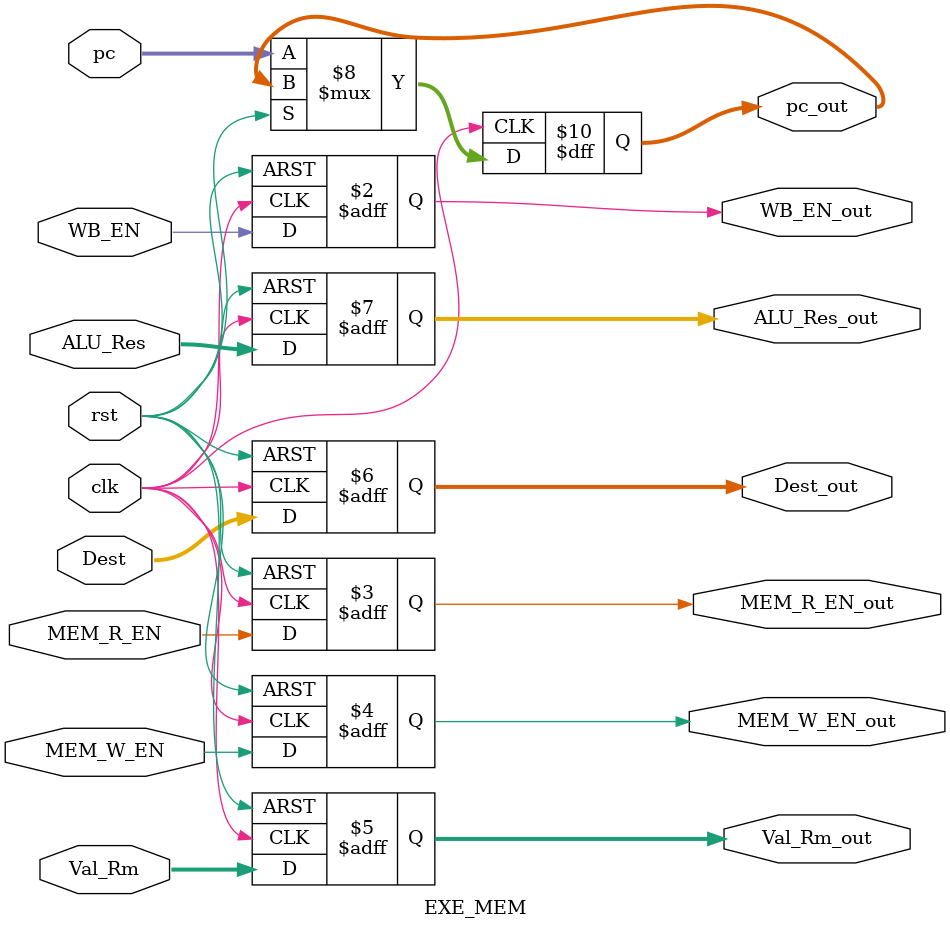
<source format=v>
module EXE_MEM
(
input clk,
input rst,
input WB_EN,
input MEM_R_EN,
input MEM_W_EN,
input [31:0]Val_Rm,
input [3:0]Dest,
input [31:0] ALU_Res,
input [31:0]pc,
output reg WB_EN_out,
output reg MEM_R_EN_out,
output reg MEM_W_EN_out,
output reg [31:0]Val_Rm_out,
output reg [3:0]Dest_out,
output reg [31:0] ALU_Res_out,
output reg [31:0] pc_out
);

always @(posedge clk, posedge rst)
begin
    if (rst)
	begin
		WB_EN_out <= 1'b0;
		MEM_R_EN_out <= 1'b0;
		MEM_W_EN_out <= 1'b0;
		ALU_Res_out <= 32'd0;
		Val_Rm_out <= 32'd0;
		Dest_out <= 4'd0;
    end
	else
	begin
		WB_EN_out<=WB_EN;
		MEM_R_EN_out<=MEM_R_EN;
		MEM_W_EN_out<=MEM_W_EN;
		ALU_Res_out<=ALU_Res;
		Val_Rm_out<=Val_Rm;
		Dest_out<=Dest;
		pc_out <= pc;
    end
end

endmodule

</source>
